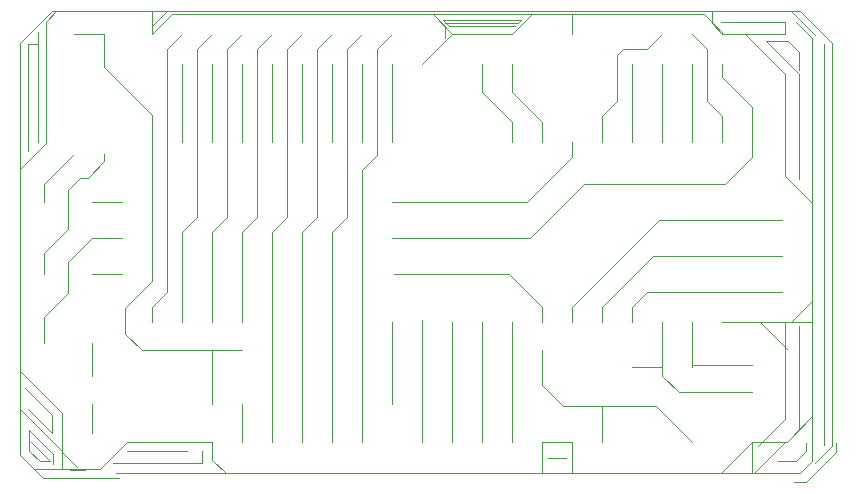
<source format=gbl>
*%FSLAX53Y53*%
*%MOMM*%
G01*
D16*
X234645Y205461D02*
Y219685D01*
X232105D02*
Y199111D01*
X239725Y205461D02*
Y219685D01*
X237185D02*
Y205461D01*
X244805D02*
Y219685D01*
X242265D02*
Y205461D01*
X249885Y210668D02*
Y219685D01*
X247345D02*
Y205461D01*
X270205Y215240D02*
Y219177D01*
X270713Y219685D01*
X277825D02*
Y215240D01*
X279095Y213970D01*
X272745Y219685D02*
X270713D01*
D17*
X230835Y197841D02*
Y196571D01*
Y220955D02*
X232486Y222606D01*
X232105Y199111D02*
X230835Y197841D01*
X235915Y198095D02*
Y204191D01*
X233375D02*
Y198095D01*
Y204191D02*
X234645Y205461D01*
X235915Y204191D02*
X237185Y205461D01*
X240995Y204191D02*
Y198095D01*
X238455D02*
Y204191D01*
X239725Y205461D01*
X240995Y204191D02*
X242265Y205461D01*
X246075Y204191D02*
Y198095D01*
X243535D02*
Y204191D01*
X244805Y205461D01*
X246075Y204191D02*
X247345Y205461D01*
X248615Y209398D02*
Y198095D01*
Y209398D02*
X249885Y210668D01*
X255600Y220574D02*
Y221463D01*
X256235Y220955D02*
X254584Y222606D01*
X255473Y222098D02*
X255981Y221590D01*
X261823Y221844D02*
X262077Y222098D01*
X262966Y222606D02*
X261315Y220955D01*
X268935Y213970D02*
X270205Y215240D01*
X279095Y220955D02*
Y221082D01*
X277571Y222606D01*
X288747Y186284D02*
Y185522D01*
X286207Y182982D01*
X285191D01*
X261823Y221844D02*
X255600D01*
X255473Y222098D02*
X262077D01*
X261569Y221590D02*
X255981D01*
X266395Y222606D02*
X277571D01*
X266395D02*
X254584D01*
X232486D01*
D20*
X229311Y185395D02*
D03*
X220802Y216002D02*
D03*
X286207Y185522D02*
D03*
Y220574D02*
D03*
D23*
X279095Y220955D02*
X278206Y221844D01*
X276555Y220955D02*
X277825Y219685D01*
X261061Y200635D02*
X263855Y197841D01*
X274015Y191999D02*
X275412Y190602D01*
X229946Y194158D02*
X228549Y195555D01*
X230835Y214097D02*
X226771Y218161D01*
X263855Y191237D02*
X265633Y189459D01*
X273507D02*
X276555Y186411D01*
X281635Y214732D02*
X279095Y217272D01*
X224485Y184252D02*
X223215Y185522D01*
X222326Y187173D02*
X220294Y189205D01*
X220040Y190983D02*
X222326Y188697D01*
X223215Y188824D02*
X219659Y192380D01*
X220548Y186411D02*
X222199Y184760D01*
X221310D02*
X220421Y185649D01*
Y187427D02*
X222453Y185395D01*
X223215Y185649D02*
X221691Y187173D01*
X219659Y189205D01*
X285699Y222860D02*
X288366Y220193D01*
X221564Y183363D02*
X219659Y185268D01*
X284937Y222860D02*
X286969Y220828D01*
X261315Y213462D02*
X258775Y216002D01*
X261315D02*
X263855Y213462D01*
X272745Y219685D02*
X274015Y220955D01*
X225755Y203683D02*
X223723Y201651D01*
X253695Y218415D02*
X256235Y220955D01*
X251155D02*
X249885Y219685D01*
X248615Y220955D02*
X247345Y219685D01*
X246075Y220955D02*
X244805Y219685D01*
X240995Y220955D02*
X239725Y219685D01*
X242265D02*
X243535Y220955D01*
X238455D02*
X237185Y219685D01*
X235915Y220955D02*
X234645Y219685D01*
X233375Y220955D02*
X232105Y219685D01*
X223723Y198984D02*
X221691Y196952D01*
X266395Y197841D02*
X273761Y205207D01*
X223723Y204445D02*
X221691Y202413D01*
X223723Y207747D02*
X224739Y208763D01*
X225374D02*
X226771Y210160D01*
X268935Y197841D02*
X273253Y202159D01*
X272745Y199111D02*
X271475Y197841D01*
X262585Y206731D02*
X266395Y210541D01*
X230835Y200000D02*
X228549Y197714D01*
X221691Y208255D02*
X224231Y210795D01*
X262839Y203683D02*
X267411Y208255D01*
X279349D02*
X281635Y210541D01*
X228676Y186411D02*
X226390Y184125D01*
X286969Y184633D02*
X288366Y186030D01*
X222707Y222860D02*
X221818Y221971D01*
Y211684D02*
X219659Y209525D01*
Y220193D02*
X222326Y222860D01*
X230835Y221590D02*
X232105Y222860D01*
X220421Y187427D02*
Y185649D01*
X221183Y219304D02*
Y221082D01*
Y220066D02*
Y211811D01*
X220294Y211049D02*
Y220066D01*
X219659Y220193D02*
Y185268D01*
X221691Y194793D02*
Y196952D01*
X223723Y198984D02*
Y201651D01*
X225755Y194793D02*
Y191999D01*
X221691Y200635D02*
Y202413D01*
Y206731D02*
Y208255D01*
X222326Y188697D02*
Y187173D01*
X223215Y188824D02*
Y185395D01*
X222453D02*
Y184506D01*
X223215Y184125D02*
Y185649D01*
X221818Y211684D02*
Y221971D01*
X223723Y207747D02*
Y204445D01*
X225755Y189586D02*
Y187173D01*
X226771Y210160D02*
Y210795D01*
Y218161D02*
Y220955D01*
X228549Y197714D02*
Y195555D01*
X230835Y200000D02*
Y211811D01*
Y214097D01*
Y220955D02*
Y222860D01*
Y221590D02*
Y220955D01*
X233375Y198095D02*
Y196571D01*
X235915D02*
Y198095D01*
X233375Y211811D02*
Y218415D01*
X235915Y194158D02*
Y189586D01*
Y211811D02*
Y218415D01*
X238455Y198095D02*
Y196571D01*
X240995D02*
Y198095D01*
X238455Y189586D02*
Y186411D01*
Y211811D02*
Y218415D01*
X240995D02*
Y211811D01*
Y196571D02*
Y186411D01*
X243535Y196571D02*
Y198095D01*
X246075D02*
Y196571D01*
X243535D02*
Y186411D01*
Y211811D02*
Y218415D01*
X246075D02*
Y211811D01*
Y196571D02*
Y186411D01*
X248615Y196571D02*
Y198095D01*
X251155Y191745D02*
Y189586D01*
Y191745D02*
Y196571D01*
X248615Y211811D02*
Y218415D01*
X251155D02*
Y211811D01*
X248615Y196571D02*
Y186411D01*
X256235D02*
Y196571D01*
X253695Y196698D02*
Y186411D01*
X258775D02*
Y196571D01*
Y216002D02*
Y218415D01*
X261315Y196571D02*
Y186411D01*
Y211811D02*
Y213462D01*
Y216002D02*
Y218415D01*
X263855Y197841D02*
Y196571D01*
Y194158D02*
Y191745D01*
Y191237D01*
Y211811D02*
Y213462D01*
X268935Y213970D02*
Y211811D01*
X266395Y220955D02*
Y222606D01*
Y197841D02*
Y196571D01*
Y210541D02*
Y211811D01*
X268935Y197841D02*
Y196571D01*
Y189459D02*
Y186411D01*
X271475Y196571D02*
Y197841D01*
Y211811D02*
Y218415D01*
X274015Y196571D02*
Y191999D01*
Y211811D02*
Y218415D01*
X278206Y221844D02*
Y222860D01*
X279095Y213970D02*
Y211811D01*
X276555Y196571D02*
Y192761D01*
Y211811D02*
Y218415D01*
X279095D02*
Y217272D01*
X284429Y220955D02*
Y221971D01*
X281635Y214732D02*
Y210541D01*
X287731Y220066D02*
Y186157D01*
X288366Y186030D02*
Y220193D01*
X233756Y185649D02*
X228676D01*
X222199Y184760D02*
X221310D01*
X228676Y186411D02*
X233375D01*
X226390Y184125D02*
X223215D01*
X223850Y183998D02*
X225120D01*
X223469Y184125D02*
X220802D01*
X233375Y186411D02*
X235915D01*
X263855D02*
X266395D01*
X228041Y183363D02*
X221564D01*
X225755D02*
X228041D01*
X275412Y190602D02*
X281635D01*
X268935Y189459D02*
X265633D01*
X268935D02*
X273507D01*
X238455Y194158D02*
X229946D01*
X271475Y192761D02*
X274015D01*
X276555Y192888D02*
X281635D01*
X261061Y200635D02*
X251282D01*
X228295D02*
X225755D01*
X273253Y202159D02*
X284175D01*
Y199111D02*
X272745D01*
X228295Y203683D02*
X225755D01*
X273761Y205207D02*
X284175D01*
X262585Y206731D02*
X251155D01*
X228295D02*
X225755D01*
X251155Y203683D02*
X262839D01*
X225374Y208763D02*
X224739D01*
X267411Y208255D02*
X279349D01*
X278968Y221971D02*
X284429D01*
Y220955D02*
X279095D01*
X261315D02*
X256235D01*
X226771D02*
X224231D01*
X221183Y220066D02*
X220294D01*
X283413Y222860D02*
X285699D01*
X232105D02*
X222326D01*
X232105D02*
X284937D01*
D25*
X230835Y220955D02*
D03*
X233375Y218415D02*
D03*
Y220955D02*
D03*
X235915Y218415D02*
D03*
Y220955D02*
D03*
X238455Y218415D02*
D03*
Y220955D02*
D03*
X240995Y218415D02*
D03*
X243535D02*
D03*
Y220955D02*
D03*
X246075Y218415D02*
D03*
Y220955D02*
D03*
X248615Y218415D02*
D03*
Y220955D02*
D03*
X251155Y218415D02*
D03*
Y220955D02*
D03*
X253695Y218415D02*
D03*
Y220955D02*
D03*
X256235Y218415D02*
D03*
Y220955D02*
D03*
X258775Y218415D02*
D03*
Y220955D02*
D03*
X261315Y218415D02*
D03*
Y220955D02*
D03*
X263855Y218415D02*
D03*
Y220955D02*
D03*
X266395Y218415D02*
D03*
Y220955D02*
D03*
X268935Y218415D02*
D03*
Y220955D02*
D03*
X271475Y218415D02*
D03*
Y220955D02*
D03*
X274015Y218415D02*
D03*
Y220955D02*
D03*
X276555Y218415D02*
D03*
Y220955D02*
D03*
X279095Y218415D02*
D03*
Y220955D02*
D03*
X240995D02*
D03*
X230835Y218415D02*
D03*
Y211811D02*
D03*
X233375D02*
D03*
X235915D02*
D03*
X238455D02*
D03*
X240995D02*
D03*
X243535D02*
D03*
X246075D02*
D03*
X248615D02*
D03*
X251155D02*
D03*
X253695D02*
D03*
X256235D02*
D03*
X258775D02*
D03*
X251155Y186411D02*
D03*
D29*
X282270Y196571D02*
X284556Y194285D01*
X285572Y219431D02*
X284683Y220320D01*
X282778D02*
X285572Y217526D01*
X284429Y208890D02*
X286715Y206604D01*
X284429Y217526D02*
X281000Y220955D01*
X285318Y221971D02*
X286715Y220574D01*
X237058Y183744D02*
X235915Y184887D01*
X285699Y183744D02*
X286715Y184760D01*
X281635Y186411D02*
X278968Y183744D01*
X284937Y196571D02*
X286715Y198349D01*
X284429Y188316D02*
X282143Y186030D01*
X285318Y184760D02*
X286207Y185649D01*
X284429Y186411D02*
X281762Y183744D01*
X284556Y186411D02*
X286715Y188570D01*
X235026Y185649D02*
Y184633D01*
X235915Y184887D02*
Y186411D01*
X263855D02*
Y183744D01*
X266395D02*
Y186411D01*
X281635D02*
Y183744D01*
X285572Y187554D02*
Y196190D01*
X284429Y196571D02*
Y188316D01*
X285572Y217907D02*
Y219431D01*
Y217526D02*
Y208636D01*
X284429Y208890D02*
Y217526D01*
X286715Y190602D02*
Y184760D01*
X286207Y185649D02*
Y186284D01*
X286715Y205207D02*
Y220574D01*
Y190602D02*
Y188570D01*
Y190602D02*
Y205207D01*
X237058Y183744D02*
X227787D01*
X237058D02*
X281762D01*
X283794Y184760D02*
X285318D01*
X285699Y183744D02*
X281000D01*
X235026Y184633D02*
X227533D01*
X264363Y185014D02*
X265887D01*
X266395Y186411D02*
X263855D01*
X281635D02*
X284556D01*
X286715Y196571D02*
X279095D01*
X282778Y220320D02*
X284683D01*
X230835Y196571D02*
D03*
X261315Y211811D02*
D03*
X263855D02*
D03*
X266395D02*
D03*
X268935D02*
D03*
X271475D02*
D03*
X274015D02*
D03*
X276555D02*
D03*
X279095D02*
D03*
Y196571D02*
D03*
X276555D02*
D03*
X274015D02*
D03*
X271475D02*
D03*
X268935D02*
D03*
X266395D02*
D03*
X263855D02*
D03*
X261315D02*
D03*
X258775D02*
D03*
X256235D02*
D03*
X253695D02*
D03*
X251155D02*
D03*
X248615D02*
D03*
X246075D02*
D03*
X243535D02*
D03*
X240995D02*
D03*
X238455D02*
D03*
X235915D02*
D03*
X233375D02*
D03*
X271475Y186411D02*
D03*
X268935D02*
D03*
X266395D02*
D03*
X263855D02*
D03*
X261315D02*
D03*
X258775D02*
D03*
X253695D02*
D03*
X256235D02*
D03*
X248615D02*
D03*
X246075D02*
D03*
X243535D02*
D03*
X240995D02*
D03*
X238455D02*
D03*
X233375D02*
D03*
X235915D02*
D03*
X221691Y194793D02*
D03*
X225755D02*
D03*
X286715Y199111D02*
D03*
X284175D02*
D03*
X286715Y202159D02*
D03*
X284175D02*
D03*
X286715Y205207D02*
D03*
X284175D02*
D03*
X228295Y203683D02*
D03*
X251155D02*
D03*
X228295Y206731D02*
D03*
X251155D02*
D03*
X225755Y191999D02*
D03*
X235915D02*
D03*
X221691Y187173D02*
D03*
X225755D02*
D03*
X228295Y200635D02*
D03*
X251155D02*
D03*
X238455Y194158D02*
D03*
X263855D02*
D03*
X238455Y189586D02*
D03*
X251155D02*
D03*
X235915D02*
D03*
X225755D02*
D03*
X263855Y191745D02*
D03*
X251155D02*
D03*
X286715Y192888D02*
D03*
X281635D02*
D03*
Y190602D02*
D03*
X286715D02*
D03*
X276555Y186411D02*
D03*
X281635D02*
D03*
X271475Y192761D02*
D03*
X276555D02*
D03*
X225755Y200635D02*
D03*
X221691D02*
D03*
X224231Y220955D02*
D03*
Y210795D02*
D03*
X226771Y220955D02*
D03*
Y210795D02*
D03*
X225755Y206731D02*
D03*
X221691D02*
D03*
M02*

</source>
